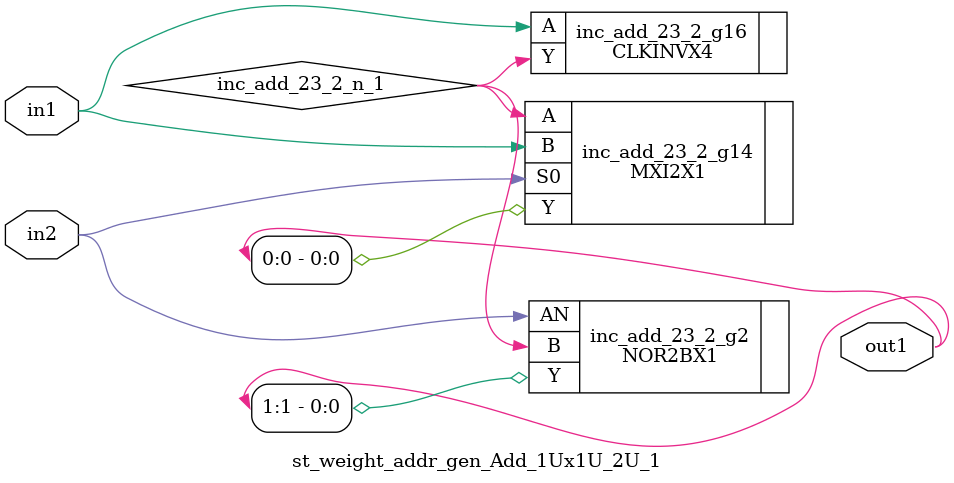
<source format=v>
`timescale 1ps / 1ps


module st_weight_addr_gen_Add_1Ux1U_2U_1(in2, in1, out1);
  input in2, in1;
  output [1:0] out1;
  wire in2, in1;
  wire [1:0] out1;
  wire inc_add_23_2_n_1;
  MXI2X1 inc_add_23_2_g14(.A (inc_add_23_2_n_1), .B (in1), .S0 (in2),
       .Y (out1[0]));
  CLKINVX4 inc_add_23_2_g16(.A (in1), .Y (inc_add_23_2_n_1));
  NOR2BX1 inc_add_23_2_g2(.AN (in2), .B (inc_add_23_2_n_1), .Y
       (out1[1]));
endmodule



</source>
